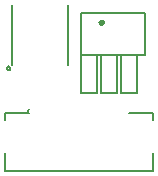
<source format=gto>
G75*
%MOIN*%
%OFA0B0*%
%FSLAX25Y25*%
%IPPOS*%
%LPD*%
%AMOC8*
5,1,8,0,0,1.08239X$1,22.5*
%
%ADD10C,0.00600*%
%ADD11C,0.00500*%
%ADD12C,0.00984*%
%ADD13C,0.00800*%
D10*
X0031438Y0014933D02*
X0081038Y0014933D01*
X0081038Y0020733D01*
X0081038Y0032033D02*
X0081038Y0034233D01*
X0072938Y0034233D01*
X0052437Y0050235D02*
X0052437Y0070332D01*
X0033839Y0070332D02*
X0033839Y0050235D01*
X0039538Y0035433D02*
X0038938Y0034233D01*
X0039538Y0034233D02*
X0031438Y0034233D01*
X0031438Y0032033D01*
X0031438Y0020733D02*
X0031438Y0014933D01*
D11*
X0032223Y0049203D02*
X0032225Y0049250D01*
X0032231Y0049297D01*
X0032241Y0049344D01*
X0032254Y0049389D01*
X0032272Y0049433D01*
X0032293Y0049475D01*
X0032317Y0049516D01*
X0032345Y0049554D01*
X0032376Y0049590D01*
X0032410Y0049623D01*
X0032446Y0049653D01*
X0032485Y0049680D01*
X0032526Y0049704D01*
X0032569Y0049724D01*
X0032613Y0049740D01*
X0032659Y0049753D01*
X0032705Y0049762D01*
X0032753Y0049767D01*
X0032800Y0049768D01*
X0032847Y0049765D01*
X0032894Y0049758D01*
X0032940Y0049747D01*
X0032985Y0049733D01*
X0033029Y0049714D01*
X0033070Y0049692D01*
X0033110Y0049667D01*
X0033148Y0049638D01*
X0033183Y0049607D01*
X0033216Y0049572D01*
X0033245Y0049535D01*
X0033271Y0049496D01*
X0033294Y0049454D01*
X0033313Y0049411D01*
X0033329Y0049366D01*
X0033341Y0049320D01*
X0033349Y0049274D01*
X0033353Y0049227D01*
X0033353Y0049179D01*
X0033349Y0049132D01*
X0033341Y0049086D01*
X0033329Y0049040D01*
X0033313Y0048995D01*
X0033294Y0048952D01*
X0033271Y0048910D01*
X0033245Y0048871D01*
X0033216Y0048834D01*
X0033183Y0048799D01*
X0033148Y0048768D01*
X0033110Y0048739D01*
X0033071Y0048714D01*
X0033029Y0048692D01*
X0032985Y0048673D01*
X0032940Y0048659D01*
X0032894Y0048648D01*
X0032847Y0048641D01*
X0032800Y0048638D01*
X0032753Y0048639D01*
X0032705Y0048644D01*
X0032659Y0048653D01*
X0032613Y0048666D01*
X0032569Y0048682D01*
X0032526Y0048702D01*
X0032485Y0048726D01*
X0032446Y0048753D01*
X0032410Y0048783D01*
X0032376Y0048816D01*
X0032345Y0048852D01*
X0032317Y0048890D01*
X0032293Y0048931D01*
X0032272Y0048973D01*
X0032254Y0049017D01*
X0032241Y0049062D01*
X0032231Y0049109D01*
X0032225Y0049156D01*
X0032223Y0049203D01*
X0056908Y0053447D02*
X0056908Y0067620D01*
X0078168Y0067620D01*
X0078168Y0053447D01*
X0056908Y0053447D01*
D12*
X0063044Y0064470D02*
X0063046Y0064517D01*
X0063052Y0064563D01*
X0063061Y0064609D01*
X0063075Y0064653D01*
X0063092Y0064697D01*
X0063113Y0064738D01*
X0063137Y0064778D01*
X0063164Y0064816D01*
X0063195Y0064851D01*
X0063228Y0064884D01*
X0063264Y0064914D01*
X0063303Y0064940D01*
X0063343Y0064964D01*
X0063385Y0064983D01*
X0063429Y0065000D01*
X0063474Y0065012D01*
X0063520Y0065021D01*
X0063566Y0065026D01*
X0063613Y0065027D01*
X0063659Y0065024D01*
X0063705Y0065017D01*
X0063751Y0065006D01*
X0063795Y0064992D01*
X0063838Y0064974D01*
X0063879Y0064952D01*
X0063919Y0064927D01*
X0063956Y0064899D01*
X0063991Y0064868D01*
X0064023Y0064834D01*
X0064052Y0064797D01*
X0064077Y0064759D01*
X0064100Y0064718D01*
X0064119Y0064675D01*
X0064134Y0064631D01*
X0064146Y0064586D01*
X0064154Y0064540D01*
X0064158Y0064493D01*
X0064158Y0064447D01*
X0064154Y0064400D01*
X0064146Y0064354D01*
X0064134Y0064309D01*
X0064119Y0064265D01*
X0064100Y0064222D01*
X0064077Y0064181D01*
X0064052Y0064143D01*
X0064023Y0064106D01*
X0063991Y0064072D01*
X0063956Y0064041D01*
X0063919Y0064013D01*
X0063880Y0063988D01*
X0063838Y0063966D01*
X0063795Y0063948D01*
X0063751Y0063934D01*
X0063705Y0063923D01*
X0063659Y0063916D01*
X0063613Y0063913D01*
X0063566Y0063914D01*
X0063520Y0063919D01*
X0063474Y0063928D01*
X0063429Y0063940D01*
X0063385Y0063957D01*
X0063343Y0063976D01*
X0063303Y0064000D01*
X0063264Y0064026D01*
X0063228Y0064056D01*
X0063195Y0064089D01*
X0063164Y0064124D01*
X0063137Y0064162D01*
X0063113Y0064202D01*
X0063092Y0064243D01*
X0063075Y0064287D01*
X0063061Y0064331D01*
X0063052Y0064377D01*
X0063046Y0064423D01*
X0063044Y0064470D01*
D13*
X0063482Y0053433D02*
X0068994Y0053433D01*
X0068994Y0040834D01*
X0063482Y0040834D01*
X0063482Y0053433D01*
X0062344Y0053433D02*
X0056832Y0053433D01*
X0056832Y0040834D01*
X0062344Y0040834D01*
X0062344Y0053433D01*
X0070182Y0053433D02*
X0075694Y0053433D01*
X0075694Y0040834D01*
X0070182Y0040834D01*
X0070182Y0053433D01*
M02*

</source>
